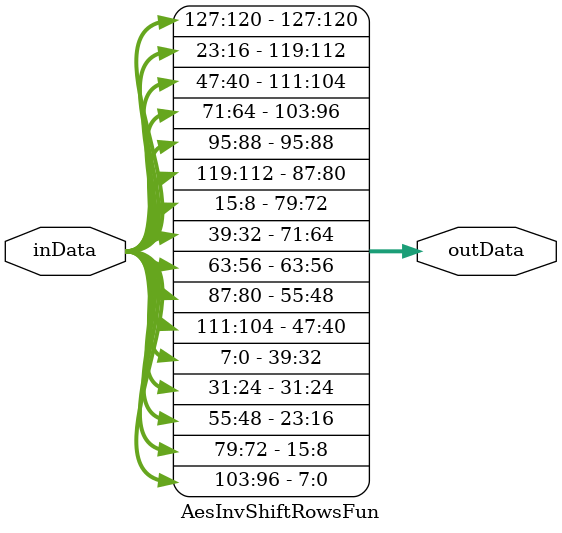
<source format=v>
module AesInvShiftRowsFun (
	input	wire	[127:0]	inData,	
    output	wire	[127:0]	outData 
);

    assign outData[127:120] = inData[127:120];
    assign outData[119:112] = inData[ 23: 16];
    assign outData[111:104] = inData[ 47: 40];
    assign outData[103: 96] = inData[ 71: 64];
	
    assign outData[ 95: 88] = inData[ 95: 88];
    assign outData[ 87: 80] = inData[119:112];
    assign outData[ 79: 72] = inData[ 15:  8];
    assign outData[ 71: 64] = inData[ 39: 32];
	
    assign outData[ 63: 56] = inData[ 63: 56];
    assign outData[ 55: 48] = inData[ 87: 80];
    assign outData[ 47: 40] = inData[111:104];
    assign outData[ 39: 32] = inData[  7:  0];
	
    assign outData[ 31: 24] = inData[ 31: 24];
    assign outData[ 23: 16] = inData[ 55: 48];
    assign outData[ 15:  8] = inData[ 79: 72];
    assign outData[  7:  0] = inData[103: 96];

endmodule
</source>
